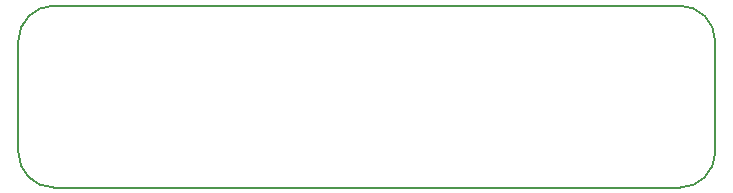
<source format=gbr>
G04 #@! TF.FileFunction,Profile,NP*
%FSLAX46Y46*%
G04 Gerber Fmt 4.6, Leading zero omitted, Abs format (unit mm)*
G04 Created by KiCad (PCBNEW 4.0.7) date Mon Dec  4 22:09:09 2017*
%MOMM*%
%LPD*%
G01*
G04 APERTURE LIST*
%ADD10C,0.100000*%
%ADD11C,0.150000*%
G04 APERTURE END LIST*
D10*
D11*
X180000000Y-86800000D02*
G75*
G03X177000000Y-83800000I-3000000J0D01*
G01*
X177000000Y-99200000D02*
G75*
G03X180000000Y-96200000I0J3000000D01*
G01*
X121000000Y-96200000D02*
G75*
G03X124000000Y-99200000I3000000J0D01*
G01*
X124000000Y-83800000D02*
G75*
G03X121000000Y-86800000I0J-3000000D01*
G01*
X177000000Y-99200000D02*
X124000000Y-99200000D01*
X180000000Y-86800000D02*
X180000000Y-96200000D01*
X124000000Y-83800000D02*
X177000000Y-83800000D01*
X121000000Y-86800000D02*
X121000000Y-96200000D01*
M02*

</source>
